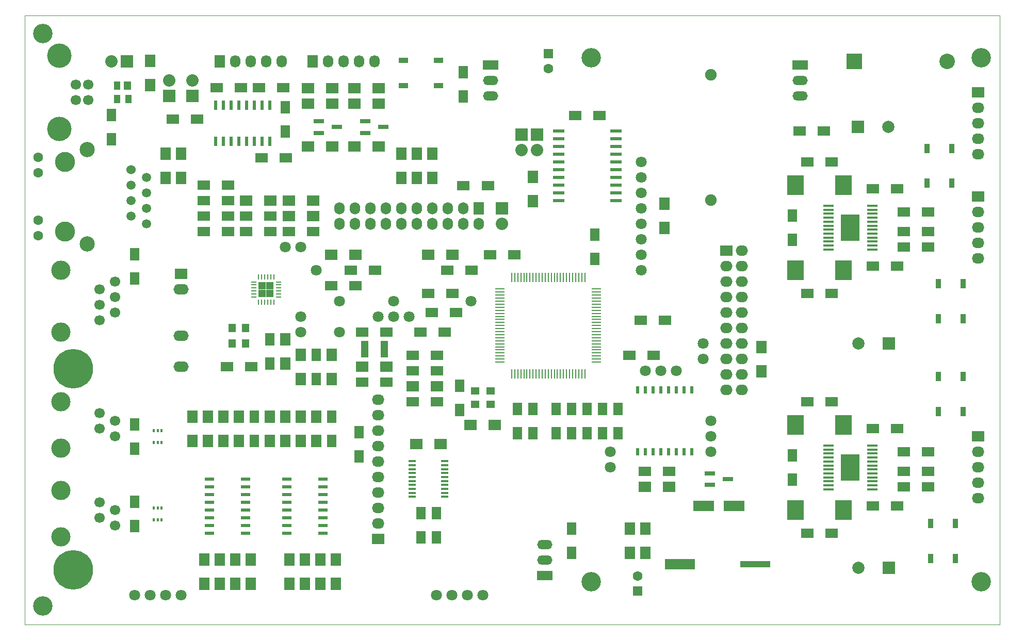
<source format=gbr>
%TF.GenerationSoftware,KiCad,Pcbnew,4.0.3-stable*%
%TF.CreationDate,2016-08-27T14:55:03+02:00*%
%TF.ProjectId,TEST4,54455354342E6B696361645F70636200,rev?*%
%TF.FileFunction,Soldermask,Top*%
%FSLAX46Y46*%
G04 Gerber Fmt 4.6, Leading zero omitted, Abs format (unit mm)*
G04 Created by KiCad (PCBNEW 4.0.3-stable) date 08/27/16 14:55:03*
%MOMM*%
%LPD*%
G01*
G04 APERTURE LIST*
%ADD10C,0.100000*%
%ADD11R,2.500000X1.500000*%
%ADD12O,2.500000X1.500000*%
%ADD13C,1.700000*%
%ADD14C,3.170000*%
%ADD15R,1.270000X0.406400*%
%ADD16R,1.198880X1.399540*%
%ADD17R,1.000760X1.399540*%
%ADD18R,0.508000X1.143000*%
%ADD19R,1.800860X0.800100*%
%ADD20C,3.200000*%
%ADD21R,2.032000X1.727200*%
%ADD22O,2.032000X1.727200*%
%ADD23C,6.500000*%
%ADD24C,3.300000*%
%ADD25C,1.524000*%
%ADD26C,1.500000*%
%ADD27C,2.500000*%
%ADD28C,1.600000*%
%ADD29R,1.400000X1.200000*%
%ADD30R,1.200000X1.400000*%
%ADD31R,1.600000X2.000000*%
%ADD32R,2.000000X1.600000*%
%ADD33R,0.508000X1.543000*%
%ADD34R,1.543000X0.508000*%
%ADD35R,1.950000X0.600000*%
%ADD36C,2.540000*%
%ADD37R,2.540000X2.540000*%
%ADD38R,0.350000X0.600000*%
%ADD39R,2.000000X1.700000*%
%ADD40R,1.700000X2.000000*%
%ADD41R,3.500120X1.800860*%
%ADD42R,2.700000X3.200000*%
%ADD43R,0.280000X1.500000*%
%ADD44R,1.500000X0.280000*%
%ADD45R,1.500000X0.900000*%
%ADD46R,0.900000X1.500000*%
%ADD47R,2.032000X2.032000*%
%ADD48O,2.032000X2.032000*%
%ADD49R,2.000000X2.000000*%
%ADD50C,2.000000*%
%ADD51R,1.600000X1.600000*%
%ADD52R,5.000000X1.800000*%
%ADD53R,5.000000X1.000000*%
%ADD54R,1.727200X2.000000*%
%ADD55O,1.727200X2.000000*%
%ADD56R,1.727200X2.032000*%
%ADD57O,1.727200X2.032000*%
%ADD58R,2.000000X1.727200*%
%ADD59O,2.000000X1.727200*%
%ADD60C,1.900000*%
%ADD61C,1.800000*%
%ADD62R,1.150000X2.700000*%
%ADD63O,2.500000X1.727200*%
%ADD64R,1.750000X0.400000*%
%ADD65R,1.500000X1.500000*%
%ADD66C,4.000000*%
%ADD67R,0.850000X0.230000*%
%ADD68R,0.230000X0.850000*%
%ADD69R,1.300000X1.300000*%
G04 APERTURE END LIST*
D10*
X0Y-100000000D02*
X0Y0D01*
X160000000Y-100000000D02*
X0Y-100000000D01*
X160000000Y0D02*
X160000000Y-100000000D01*
X0Y0D02*
X160000000Y0D01*
D11*
X76445000Y-8180000D03*
D12*
X76445000Y-10720000D03*
X76445000Y-13260000D03*
D13*
X14850000Y-48820000D03*
X14850000Y-46280000D03*
X12310000Y-45010000D03*
X12310000Y-47550000D03*
D14*
X5960000Y-51995000D03*
X5960000Y-41835000D03*
D13*
X12310000Y-50090000D03*
X14850000Y-43740000D03*
D15*
X68952000Y-79046000D03*
X68952000Y-78411000D03*
X68952000Y-77750600D03*
X68952000Y-77090200D03*
X68952000Y-76455200D03*
X68952000Y-75794800D03*
X68952000Y-75134400D03*
X68952000Y-74499400D03*
X68952000Y-73839000D03*
X68952000Y-73204000D03*
X63618000Y-73204000D03*
X63618000Y-73839000D03*
X63618000Y-74499400D03*
X63618000Y-75134400D03*
X63618000Y-75794800D03*
X63618000Y-76455200D03*
X63618000Y-77090200D03*
X63618000Y-77750600D03*
X63618000Y-78411000D03*
X63618000Y-79046000D03*
D16*
X16889620Y-11525180D03*
D17*
X15170040Y-11525180D03*
X15170040Y-13724820D03*
X17069960Y-13724820D03*
D18*
X100575000Y-71680000D03*
X101845000Y-71680000D03*
X103115000Y-71680000D03*
X104385000Y-71680000D03*
X105655000Y-71680000D03*
X106925000Y-71680000D03*
X108195000Y-71680000D03*
X109465000Y-71680000D03*
X109465000Y-61520000D03*
X108195000Y-61520000D03*
X106925000Y-61520000D03*
X105655000Y-61520000D03*
X104385000Y-61520000D03*
X103115000Y-61520000D03*
X101845000Y-61520000D03*
X100575000Y-61520000D03*
D19*
X48273860Y-17390000D03*
X48273860Y-19290000D03*
X51276140Y-18340000D03*
X55893860Y-17390000D03*
X55893860Y-19290000D03*
X58896140Y-18340000D03*
D20*
X157000000Y-93000000D03*
X3000000Y-97000000D03*
X93000000Y-7000000D03*
X157000000Y-7000000D03*
X93000000Y-93000000D03*
X3000000Y-3000000D03*
D13*
X14850000Y-83745000D03*
X14850000Y-81205000D03*
X12310000Y-79935000D03*
X12310000Y-82475000D03*
D14*
X5960000Y-85650000D03*
X5960000Y-78030000D03*
D13*
X14850000Y-69140000D03*
X14850000Y-66600000D03*
X12310000Y-65330000D03*
X12310000Y-67870000D03*
D14*
X5960000Y-71045000D03*
X5960000Y-63425000D03*
D21*
X58000000Y-86000000D03*
D22*
X58000000Y-83460000D03*
X58000000Y-80920000D03*
X58000000Y-78380000D03*
X58000000Y-75840000D03*
X58000000Y-73300000D03*
X58000000Y-70760000D03*
X58000000Y-68220000D03*
X58000000Y-65680000D03*
X58000000Y-63140000D03*
D23*
X8000000Y-91000000D03*
X8000000Y-58000000D03*
D19*
X112408860Y-75175000D03*
X112408860Y-77075000D03*
X115411140Y-76125000D03*
D24*
X6595000Y-35470000D03*
X6595000Y-24070000D03*
D25*
X17455000Y-25325000D03*
D26*
X19995000Y-26595000D03*
X17455000Y-27865000D03*
X19995000Y-29135000D03*
X17455000Y-30405000D03*
X19995000Y-31675000D03*
X17455000Y-32945000D03*
D27*
X10295000Y-37520000D03*
X10295000Y-22020000D03*
D28*
X2215000Y-36210000D03*
X2215000Y-25870000D03*
X2215000Y-33670000D03*
X2215000Y-23330000D03*
D26*
X19995000Y-34215000D03*
D29*
X73905000Y-63890000D03*
X73905000Y-61690000D03*
X76445000Y-63890000D03*
X76445000Y-61690000D03*
D30*
X36270000Y-53900000D03*
X34070000Y-53900000D03*
X36270000Y-51360000D03*
X34070000Y-51360000D03*
D11*
X85335000Y-92000000D03*
D12*
X85335000Y-89460000D03*
X85335000Y-86920000D03*
D11*
X127245000Y-8180000D03*
D12*
X127245000Y-10720000D03*
X127245000Y-13260000D03*
D31*
X47870000Y-55710000D03*
X47870000Y-59710000D03*
X71365000Y-60790000D03*
X71365000Y-64790000D03*
D32*
X33170000Y-57710000D03*
X37170000Y-57710000D03*
D31*
X97400000Y-64600000D03*
X97400000Y-68600000D03*
D32*
X29360000Y-30405000D03*
X33360000Y-30405000D03*
X148295000Y-74855000D03*
X144295000Y-74855000D03*
X144295000Y-71680000D03*
X148295000Y-71680000D03*
D31*
X125975000Y-76220000D03*
X125975000Y-72220000D03*
D32*
X101750000Y-74855000D03*
X105750000Y-74855000D03*
X90320000Y-16435000D03*
X94320000Y-16435000D03*
X42455000Y-11835000D03*
X38455000Y-11835000D03*
X63650000Y-63425000D03*
X67650000Y-63425000D03*
X68920000Y-51995000D03*
X64920000Y-51995000D03*
X63650000Y-55805000D03*
X67650000Y-55805000D03*
X103210000Y-55805000D03*
X99210000Y-55805000D03*
D31*
X89780000Y-68600000D03*
X89780000Y-64600000D03*
D32*
X76350000Y-39295000D03*
X80350000Y-39295000D03*
D31*
X80890000Y-68600000D03*
X80890000Y-64600000D03*
D32*
X66190000Y-45645000D03*
X70190000Y-45645000D03*
D31*
X94860000Y-68600000D03*
X94860000Y-64600000D03*
D32*
X69365000Y-41835000D03*
X73365000Y-41835000D03*
D31*
X87240000Y-68600000D03*
X87240000Y-64600000D03*
D32*
X105115000Y-50090000D03*
X101115000Y-50090000D03*
X66825000Y-48820000D03*
X70825000Y-48820000D03*
X63650000Y-58345000D03*
X67650000Y-58345000D03*
D31*
X83430000Y-64600000D03*
X83430000Y-68600000D03*
D32*
X148295000Y-35485000D03*
X144295000Y-35485000D03*
X144295000Y-32310000D03*
X148295000Y-32310000D03*
X128420000Y-85015000D03*
X132420000Y-85015000D03*
D31*
X72000000Y-13355000D03*
X72000000Y-9355000D03*
X89780000Y-84285000D03*
X89780000Y-88285000D03*
D32*
X127150000Y-18975000D03*
X131150000Y-18975000D03*
X139215000Y-41200000D03*
X143215000Y-41200000D03*
X128420000Y-63425000D03*
X132420000Y-63425000D03*
D31*
X125975000Y-36850000D03*
X125975000Y-32850000D03*
D32*
X128420000Y-24055000D03*
X132420000Y-24055000D03*
X144295000Y-77395000D03*
X148295000Y-77395000D03*
X144295000Y-38025000D03*
X148295000Y-38025000D03*
X35470000Y-11835000D03*
X31470000Y-11835000D03*
D31*
X42790000Y-19070000D03*
X42790000Y-15070000D03*
D32*
X24280000Y-17070000D03*
X28280000Y-17070000D03*
X42885000Y-23420000D03*
X38885000Y-23420000D03*
D31*
X18025000Y-39200000D03*
X18025000Y-43200000D03*
X14215000Y-20340000D03*
X14215000Y-16340000D03*
D32*
X29360000Y-32945000D03*
X33360000Y-32945000D03*
X29360000Y-35485000D03*
X33360000Y-35485000D03*
X36345000Y-32945000D03*
X40345000Y-32945000D03*
X36345000Y-35485000D03*
X40345000Y-35485000D03*
D31*
X40250000Y-53170000D03*
X40250000Y-57170000D03*
D32*
X50315000Y-44375000D03*
X54315000Y-44375000D03*
X53490000Y-41835000D03*
X57490000Y-41835000D03*
X43330000Y-35485000D03*
X47330000Y-35485000D03*
D31*
X65015000Y-81745000D03*
X65015000Y-85745000D03*
X67555000Y-81745000D03*
X67555000Y-85745000D03*
X18025000Y-79840000D03*
X18025000Y-83840000D03*
X18025000Y-67140000D03*
X18025000Y-71140000D03*
D32*
X128420000Y-45645000D03*
X132420000Y-45645000D03*
X139215000Y-80570000D03*
X143215000Y-80570000D03*
X139215000Y-67870000D03*
X143215000Y-67870000D03*
X139215000Y-28500000D03*
X143215000Y-28500000D03*
X76000000Y-28000000D03*
X72000000Y-28000000D03*
D31*
X54855000Y-68410000D03*
X54855000Y-72410000D03*
D32*
X33360000Y-27865000D03*
X29360000Y-27865000D03*
X59395000Y-51995000D03*
X55395000Y-51995000D03*
X59395000Y-60250000D03*
X55395000Y-60250000D03*
D31*
X92320000Y-68600000D03*
X92320000Y-64600000D03*
X37710000Y-69870000D03*
X37710000Y-65870000D03*
X50410000Y-69870000D03*
X50410000Y-65870000D03*
D33*
X40250000Y-20680000D03*
X37710000Y-20680000D03*
X36440000Y-20680000D03*
X35170000Y-20680000D03*
X33900000Y-20680000D03*
X32630000Y-20680000D03*
X31360000Y-20680000D03*
X31360000Y-14730000D03*
X32630000Y-14730000D03*
X33900000Y-14730000D03*
X35170000Y-14730000D03*
X36440000Y-14730000D03*
X37710000Y-14730000D03*
X38980000Y-14730000D03*
X40250000Y-14730000D03*
X38980000Y-20680000D03*
D34*
X36240000Y-76125000D03*
X36240000Y-78665000D03*
X36240000Y-79935000D03*
X36240000Y-81205000D03*
X36240000Y-82475000D03*
X36240000Y-83745000D03*
X36240000Y-85015000D03*
X30290000Y-85015000D03*
X30290000Y-83745000D03*
X30290000Y-82475000D03*
X30290000Y-81205000D03*
X30290000Y-79935000D03*
X30290000Y-78665000D03*
X30290000Y-77395000D03*
X30290000Y-76125000D03*
X36240000Y-77395000D03*
X48940000Y-76125000D03*
X48940000Y-78665000D03*
X48940000Y-79935000D03*
X48940000Y-81205000D03*
X48940000Y-82475000D03*
X48940000Y-83745000D03*
X48940000Y-85015000D03*
X42990000Y-85015000D03*
X42990000Y-83745000D03*
X42990000Y-82475000D03*
X42990000Y-81205000D03*
X42990000Y-79935000D03*
X42990000Y-78665000D03*
X42990000Y-77395000D03*
X42990000Y-76125000D03*
X48940000Y-77395000D03*
D35*
X97020000Y-30405000D03*
X97020000Y-29135000D03*
X97020000Y-27865000D03*
X97020000Y-26595000D03*
X97020000Y-25325000D03*
X97020000Y-24055000D03*
X97020000Y-22785000D03*
X97020000Y-21515000D03*
X97020000Y-20245000D03*
X97020000Y-18975000D03*
X87620000Y-18975000D03*
X87620000Y-20245000D03*
X87620000Y-21515000D03*
X87620000Y-22785000D03*
X87620000Y-24055000D03*
X87620000Y-25325000D03*
X87620000Y-26595000D03*
X87620000Y-27865000D03*
X87620000Y-29135000D03*
X87620000Y-30405000D03*
D36*
X151376220Y-7542040D03*
D37*
X136136220Y-7542040D03*
D38*
X22485000Y-68190000D03*
X21835000Y-68190000D03*
X21185000Y-68190000D03*
X21185000Y-70090000D03*
X22485000Y-70090000D03*
X21835000Y-70090000D03*
X22485000Y-80890000D03*
X21835000Y-80890000D03*
X21185000Y-80890000D03*
X21185000Y-82790000D03*
X22485000Y-82790000D03*
X21835000Y-82790000D03*
D39*
X55395000Y-57710000D03*
X59395000Y-57710000D03*
D40*
X64380000Y-22690000D03*
X64380000Y-26690000D03*
X61840000Y-22690000D03*
X61840000Y-26690000D03*
X66920000Y-22690000D03*
X66920000Y-26690000D03*
X83430000Y-26500000D03*
X83430000Y-30500000D03*
X50410000Y-55710000D03*
X50410000Y-59710000D03*
X45330000Y-59710000D03*
X45330000Y-55710000D03*
X20565000Y-7450000D03*
X20565000Y-11450000D03*
X99305000Y-88285000D03*
X99305000Y-84285000D03*
X101845000Y-84285000D03*
X101845000Y-88285000D03*
D39*
X68285000Y-70410000D03*
X64285000Y-70410000D03*
X67650000Y-60885000D03*
X63650000Y-60885000D03*
X58125000Y-11990000D03*
X54125000Y-11990000D03*
X50505000Y-11990000D03*
X46505000Y-11990000D03*
X58125000Y-14530000D03*
X54125000Y-14530000D03*
X50505000Y-14530000D03*
X46505000Y-14530000D03*
X54125000Y-21515000D03*
X58125000Y-21515000D03*
X46505000Y-21515000D03*
X50505000Y-21515000D03*
D40*
X42790000Y-53170000D03*
X42790000Y-57170000D03*
D39*
X47330000Y-30405000D03*
X43330000Y-30405000D03*
D40*
X23105000Y-22690000D03*
X23105000Y-26690000D03*
D39*
X43330000Y-32945000D03*
X47330000Y-32945000D03*
D40*
X51045000Y-93365000D03*
X51045000Y-89365000D03*
X48505000Y-93365000D03*
X48505000Y-89365000D03*
X45965000Y-93365000D03*
X45965000Y-89365000D03*
X43425000Y-93365000D03*
X43425000Y-89365000D03*
X35170000Y-65870000D03*
X35170000Y-69870000D03*
X32630000Y-65870000D03*
X32630000Y-69870000D03*
X30090000Y-65870000D03*
X30090000Y-69870000D03*
X27550000Y-65870000D03*
X27550000Y-69870000D03*
X29455000Y-93365000D03*
X29455000Y-89365000D03*
X31995000Y-93365000D03*
X31995000Y-89365000D03*
X34535000Y-93365000D03*
X34535000Y-89365000D03*
X37075000Y-93365000D03*
X37075000Y-89365000D03*
X47870000Y-65870000D03*
X47870000Y-69870000D03*
X40250000Y-65870000D03*
X40250000Y-69870000D03*
X42790000Y-65870000D03*
X42790000Y-69870000D03*
X45330000Y-65870000D03*
X45330000Y-69870000D03*
X25645000Y-22690000D03*
X25645000Y-26690000D03*
D39*
X70190000Y-39295000D03*
X66190000Y-39295000D03*
X50315000Y-39295000D03*
X54315000Y-39295000D03*
X77175000Y-67235000D03*
X73175000Y-67235000D03*
X36345000Y-30405000D03*
X40345000Y-30405000D03*
D40*
X105020000Y-34945000D03*
X105020000Y-30945000D03*
D41*
X111410640Y-80570000D03*
X116409360Y-80570000D03*
D42*
X134370000Y-81205000D03*
X126470000Y-81205000D03*
X134370000Y-67235000D03*
X126470000Y-67235000D03*
X134370000Y-41835000D03*
X126470000Y-41835000D03*
X134370000Y-27865000D03*
X126470000Y-27865000D03*
D43*
X79927500Y-58827500D03*
X80427500Y-58827500D03*
X80927500Y-58827500D03*
X81427500Y-58827500D03*
X81927500Y-58827500D03*
X82427500Y-58827500D03*
X82927500Y-58827500D03*
X83427500Y-58827500D03*
X83927500Y-58827500D03*
X84427500Y-58827500D03*
X84927500Y-58827500D03*
X85427500Y-58827500D03*
X85927500Y-58827500D03*
X86427500Y-58827500D03*
X86927500Y-58827500D03*
X87427500Y-58827500D03*
X87927500Y-58827500D03*
X88427500Y-58827500D03*
X88927500Y-58827500D03*
X89427500Y-58827500D03*
X89927500Y-58827500D03*
X90427500Y-58827500D03*
X90927500Y-58827500D03*
X91427500Y-58827500D03*
X91927500Y-58827500D03*
D44*
X93827500Y-56927500D03*
X93827500Y-56427500D03*
X93827500Y-55927500D03*
X93827500Y-55427500D03*
X93827500Y-54927500D03*
X93827500Y-54427500D03*
X93827500Y-53927500D03*
X93827500Y-53427500D03*
X93827500Y-52927500D03*
X93827500Y-52427500D03*
X93827500Y-51927500D03*
X93827500Y-51427500D03*
X93827500Y-50927500D03*
X93827500Y-50427500D03*
X93827500Y-49927500D03*
X93827500Y-49427500D03*
X93827500Y-48927500D03*
X93827500Y-48427500D03*
X93827500Y-47927500D03*
X93827500Y-47427500D03*
X93827500Y-46927500D03*
X93827500Y-46427500D03*
X93827500Y-45927500D03*
X93827500Y-45427500D03*
X93827500Y-44927500D03*
D43*
X91927500Y-43027500D03*
X91427500Y-43027500D03*
X90927500Y-43027500D03*
X90427500Y-43027500D03*
X89927500Y-43027500D03*
X89427500Y-43027500D03*
X88927500Y-43027500D03*
X88427500Y-43027500D03*
X87927500Y-43027500D03*
X87427500Y-43027500D03*
X86927500Y-43027500D03*
X86427500Y-43027500D03*
X85927500Y-43027500D03*
X85427500Y-43027500D03*
X84927500Y-43027500D03*
X84427500Y-43027500D03*
X83927500Y-43027500D03*
X83427500Y-43027500D03*
X82927500Y-43027500D03*
X82427500Y-43027500D03*
X81927500Y-43027500D03*
X81427500Y-43027500D03*
X80927500Y-43027500D03*
X80427500Y-43027500D03*
X79927500Y-43027500D03*
D44*
X78027500Y-44927500D03*
X78027500Y-45427500D03*
X78027500Y-45927500D03*
X78027500Y-46427500D03*
X78027500Y-46927500D03*
X78027500Y-47427500D03*
X78027500Y-47927500D03*
X78027500Y-48427500D03*
X78027500Y-48927500D03*
X78027500Y-49427500D03*
X78027500Y-49927500D03*
X78027500Y-50427500D03*
X78027500Y-50927500D03*
X78027500Y-51427500D03*
X78027500Y-51927500D03*
X78027500Y-52427500D03*
X78027500Y-52927500D03*
X78027500Y-53427500D03*
X78027500Y-53927500D03*
X78027500Y-54427500D03*
X78027500Y-54927500D03*
X78027500Y-55427500D03*
X78027500Y-55927500D03*
X78027500Y-56427500D03*
X78027500Y-56927500D03*
D45*
X67875000Y-11500000D03*
X62155000Y-11500000D03*
X67875000Y-7400000D03*
X62155000Y-7400000D03*
D46*
X152155000Y-21830000D03*
X152155000Y-27550000D03*
X148055000Y-21830000D03*
X148055000Y-27550000D03*
X149960000Y-49775000D03*
X149960000Y-44055000D03*
X154060000Y-49775000D03*
X154060000Y-44055000D03*
X154060000Y-59295000D03*
X154060000Y-65015000D03*
X149960000Y-59295000D03*
X149960000Y-65015000D03*
X148690000Y-89145000D03*
X148690000Y-83425000D03*
X152790000Y-89145000D03*
X152790000Y-83425000D03*
D47*
X81525000Y-19610000D03*
D48*
X81525000Y-22150000D03*
D47*
X16755000Y-7545000D03*
D48*
X14215000Y-7545000D03*
D47*
X78350000Y-31675000D03*
D48*
X78350000Y-34215000D03*
D47*
X23740000Y-13260000D03*
D48*
X23740000Y-10720000D03*
D47*
X27550000Y-13260000D03*
D48*
X27550000Y-10720000D03*
D47*
X84065000Y-19610000D03*
D48*
X84065000Y-22150000D03*
D49*
X136770000Y-18340000D03*
D50*
X141770000Y-18340000D03*
D49*
X141850000Y-53900000D03*
D50*
X136850000Y-53900000D03*
D49*
X141850000Y-90730000D03*
D50*
X136850000Y-90730000D03*
D51*
X100575000Y-94540000D03*
D28*
X100575000Y-92040000D03*
D51*
X85970000Y-6275000D03*
D28*
X85970000Y-8775000D03*
D52*
X107560000Y-90095000D03*
D53*
X119910000Y-90095000D03*
D54*
X74540000Y-31675000D03*
D55*
X74540000Y-34215000D03*
X72000000Y-31675000D03*
X72000000Y-34215000D03*
X69460000Y-31675000D03*
X69460000Y-34215000D03*
X66920000Y-31675000D03*
X66920000Y-34215000D03*
X64380000Y-31675000D03*
X64380000Y-34215000D03*
X61840000Y-31675000D03*
X61840000Y-34215000D03*
X59300000Y-31675000D03*
X59300000Y-34215000D03*
X56760000Y-31675000D03*
X56760000Y-34215000D03*
X54220000Y-31675000D03*
X54220000Y-34215000D03*
X51680000Y-31675000D03*
X51680000Y-34215000D03*
D21*
X156455000Y-12625000D03*
D22*
X156455000Y-15165000D03*
X156455000Y-17705000D03*
X156455000Y-20245000D03*
X156455000Y-22785000D03*
D56*
X31995000Y-7545000D03*
D57*
X34535000Y-7545000D03*
X37075000Y-7545000D03*
X39615000Y-7545000D03*
X42155000Y-7545000D03*
D21*
X156455000Y-29770000D03*
D22*
X156455000Y-32310000D03*
X156455000Y-34850000D03*
X156455000Y-37390000D03*
X156455000Y-39930000D03*
D21*
X156455000Y-69140000D03*
D22*
X156455000Y-71680000D03*
X156455000Y-74220000D03*
X156455000Y-76760000D03*
X156455000Y-79300000D03*
D56*
X47235000Y-7545000D03*
D57*
X49775000Y-7545000D03*
X52315000Y-7545000D03*
X54855000Y-7545000D03*
X57395000Y-7545000D03*
D58*
X115180000Y-38660000D03*
D59*
X117720000Y-38660000D03*
X115180000Y-41200000D03*
X117720000Y-41200000D03*
X115180000Y-43740000D03*
X117720000Y-43740000D03*
X115180000Y-46280000D03*
X117720000Y-46280000D03*
X115180000Y-48820000D03*
X117720000Y-48820000D03*
X115180000Y-51360000D03*
X117720000Y-51360000D03*
X115180000Y-53900000D03*
X117720000Y-53900000D03*
X115180000Y-56440000D03*
X117720000Y-56440000D03*
X115180000Y-58980000D03*
X117720000Y-58980000D03*
X115180000Y-61520000D03*
X117720000Y-61520000D03*
D60*
X112640000Y-30300000D03*
X112640000Y-9800000D03*
D61*
X96130000Y-74220000D03*
X101210000Y-29135000D03*
X101210000Y-26595000D03*
X101210000Y-41835000D03*
X58030000Y-49455000D03*
X42790000Y-38025000D03*
X60570000Y-49455000D03*
X47870000Y-41835000D03*
X51680000Y-46915000D03*
X63110000Y-49455000D03*
X73270000Y-46915000D03*
X45330000Y-38025000D03*
X60570000Y-46915000D03*
X51680000Y-51995000D03*
X45330000Y-49455000D03*
X45330000Y-51995000D03*
X111370000Y-53900000D03*
X106925000Y-58345000D03*
X25645000Y-95175000D03*
X20565000Y-95175000D03*
X72635000Y-95175000D03*
X70095000Y-95175000D03*
X67555000Y-95175000D03*
X75175000Y-95175000D03*
X23105000Y-95175000D03*
X18025000Y-95175000D03*
X112640000Y-66600000D03*
X104385000Y-58345000D03*
X101845000Y-58345000D03*
X112640000Y-69140000D03*
X112640000Y-71680000D03*
X96130000Y-71680000D03*
X101210000Y-24055000D03*
X101210000Y-34215000D03*
X101210000Y-39295000D03*
X101210000Y-31675000D03*
X101210000Y-36755000D03*
X111370000Y-56440000D03*
D62*
X55770000Y-54789000D03*
X59020000Y-54789000D03*
D21*
X25645000Y-42470000D03*
D63*
X25645000Y-45010000D03*
X25645000Y-52630000D03*
X25645000Y-57710000D03*
D39*
X101750000Y-77395000D03*
X105750000Y-77395000D03*
D40*
X120895000Y-58440000D03*
X120895000Y-54440000D03*
D64*
X131900000Y-70645000D03*
X131900000Y-71295000D03*
X131900000Y-71945000D03*
X131900000Y-72595000D03*
X131900000Y-73245000D03*
X131900000Y-73895000D03*
X131900000Y-74545000D03*
X131900000Y-75195000D03*
X131900000Y-75845000D03*
X131900000Y-76495000D03*
X131900000Y-77145000D03*
X131900000Y-77795000D03*
X139100000Y-77795000D03*
X139100000Y-77145000D03*
X139100000Y-76495000D03*
X139100000Y-75845000D03*
X139100000Y-75195000D03*
X139100000Y-74545000D03*
X139100000Y-73895000D03*
X139100000Y-73245000D03*
X139100000Y-72595000D03*
X139100000Y-71945000D03*
X139100000Y-71295000D03*
X139100000Y-70645000D03*
D65*
X134750000Y-74220000D03*
X136250000Y-74220000D03*
X136250000Y-72820000D03*
X134750000Y-72820000D03*
X134750000Y-75620000D03*
X136250000Y-75620000D03*
D64*
X131900000Y-31275000D03*
X131900000Y-31925000D03*
X131900000Y-32575000D03*
X131900000Y-33225000D03*
X131900000Y-33875000D03*
X131900000Y-34525000D03*
X131900000Y-35175000D03*
X131900000Y-35825000D03*
X131900000Y-36475000D03*
X131900000Y-37125000D03*
X131900000Y-37775000D03*
X131900000Y-38425000D03*
X139100000Y-38425000D03*
X139100000Y-37775000D03*
X139100000Y-37125000D03*
X139100000Y-36475000D03*
X139100000Y-35825000D03*
X139100000Y-35175000D03*
X139100000Y-34525000D03*
X139100000Y-33875000D03*
X139100000Y-33225000D03*
X139100000Y-32575000D03*
X139100000Y-31925000D03*
X139100000Y-31275000D03*
D65*
X134750000Y-34850000D03*
X136250000Y-34850000D03*
X136250000Y-33450000D03*
X134750000Y-33450000D03*
X134750000Y-36250000D03*
X136250000Y-36250000D03*
D13*
X10416000Y-13875000D03*
X10416000Y-11375000D03*
X8416000Y-11375000D03*
X8416000Y-13875000D03*
D66*
X5706000Y-18645000D03*
X5706000Y-6605000D03*
D67*
X37565000Y-43760000D03*
X37565000Y-44260000D03*
X37565000Y-44760000D03*
X37565000Y-45260000D03*
X37565000Y-45760000D03*
X37565000Y-46260000D03*
D68*
X38365000Y-47060000D03*
X38865000Y-47060000D03*
X39365000Y-47060000D03*
X39865000Y-47060000D03*
X40365000Y-47060000D03*
X40865000Y-47060000D03*
D67*
X41665000Y-46260000D03*
X41665000Y-45760000D03*
X41665000Y-45260000D03*
X41665000Y-44760000D03*
X41665000Y-44260000D03*
X41665000Y-43760000D03*
D68*
X40865000Y-42960000D03*
X40365000Y-42960000D03*
X39865000Y-42960000D03*
X39365000Y-42960000D03*
X38865000Y-42960000D03*
X38365000Y-42960000D03*
D69*
X40265000Y-45660000D03*
X40265000Y-44360000D03*
X38965000Y-45660000D03*
X38965000Y-44360000D03*
D31*
X93590000Y-40025000D03*
X93590000Y-36025000D03*
M02*

</source>
